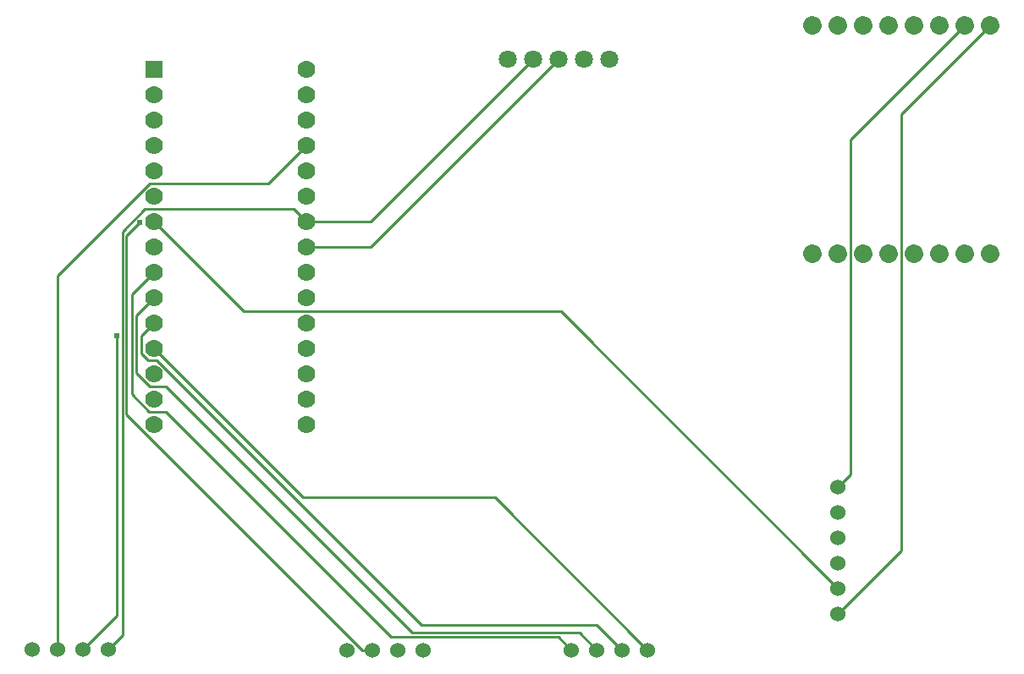
<source format=gbl>
G04 Layer: BottomLayer*
G04 EasyEDA v6.4.20.2, 2021-06-29T15:05:07+08:00*
G04 b87f47585f484af4903ce1153ceaecde,ce7df3decd3943efa2da757d0dc3e78d,10*
G04 Gerber Generator version 0.2*
G04 Scale: 100 percent, Rotated: No, Reflected: No *
G04 Dimensions in millimeters *
G04 leading zeros omitted , absolute positions ,4 integer and 5 decimal *
%FSLAX45Y45*%
%MOMM*%

%ADD10C,0.2540*%
%ADD11C,0.6100*%
%ADD12C,1.5240*%
%ADD13C,1.8000*%
%ADD14R,1.7780X1.7780*%
%ADD15C,1.7780*%
%ADD16C,1.8288*%
%ADD17C,1.8290*%

%LPD*%
D10*
X6311900Y-2540000D02*
G01*
X4686300Y-4165600D01*
X4038600Y-4165600D01*
X4038600Y-4165600D02*
G01*
X3911600Y-4038600D01*
X2424328Y-4038600D01*
X2198903Y-4264025D01*
X2198903Y-8303996D01*
X2057400Y-8445500D01*
X7200900Y-8458200D02*
G01*
X6945045Y-8202345D01*
X5192877Y-8202345D01*
X2543175Y-5552643D01*
X2453665Y-5552643D01*
X2385364Y-5484342D01*
X2385364Y-5310835D01*
X2514600Y-5181600D01*
X7454900Y-8458200D02*
G01*
X5925972Y-6929272D01*
X4008272Y-6929272D01*
X2514600Y-5435600D01*
X6946900Y-8458200D02*
G01*
X6772783Y-8284083D01*
X5099126Y-8284083D01*
X2631643Y-5816600D01*
X2470505Y-5816600D01*
X2338806Y-5684901D01*
X2338806Y-5103393D01*
X2514600Y-4927600D01*
X6692900Y-8458200D02*
G01*
X6559677Y-8324977D01*
X4885994Y-8324977D01*
X2631617Y-6070600D01*
X2468854Y-6070600D01*
X2293543Y-5895289D01*
X2293543Y-4894656D01*
X2514600Y-4673600D01*
X10883900Y-2197100D02*
G01*
X9994900Y-3086100D01*
X9994900Y-7454900D01*
X9359900Y-8089900D01*
X4038600Y-3403600D02*
G01*
X3657600Y-3784600D01*
X2474391Y-3784600D01*
X1549400Y-4709591D01*
X1549400Y-8445500D01*
X10629900Y-2197100D02*
G01*
X9486900Y-3340100D01*
X9486900Y-6692900D01*
X9359900Y-6819900D01*
X4699000Y-8458200D02*
G01*
X4600930Y-8458200D01*
X2239797Y-6097066D01*
X2239797Y-4309541D01*
X2374900Y-4174439D01*
X2514600Y-4165600D02*
G01*
X3413582Y-5064582D01*
X6588582Y-5064582D01*
X9359900Y-7835900D01*
X4038600Y-4419600D02*
G01*
X4686300Y-4419600D01*
X6565900Y-2540000D01*
X2140254Y-5308600D02*
G01*
X2140254Y-8108645D01*
X1803400Y-8445500D01*
D12*
G01*
X9359900Y-8089900D03*
G01*
X9359900Y-7835900D03*
G01*
X9359900Y-7581900D03*
G01*
X9359900Y-7327900D03*
G01*
X9359900Y-7073900D03*
G01*
X9359900Y-6819900D03*
D13*
G01*
X6311900Y-2540000D03*
G01*
X6565900Y-2540000D03*
G01*
X6819900Y-2540000D03*
G01*
X7073900Y-2540000D03*
G01*
X6057900Y-2540000D03*
D12*
G01*
X6692900Y-8458200D03*
G01*
X6946900Y-8458200D03*
G01*
X7200900Y-8458200D03*
G01*
X7454900Y-8458200D03*
G01*
X4445000Y-8458200D03*
G01*
X4699000Y-8458200D03*
G01*
X4953000Y-8458200D03*
G01*
X5207000Y-8458200D03*
G01*
X1295400Y-8445500D03*
G01*
X1549400Y-8445500D03*
G01*
X1803400Y-8445500D03*
G01*
X2057400Y-8445500D03*
D14*
G01*
X2514600Y-2641600D03*
D15*
G01*
X2514600Y-2895600D03*
G01*
X2514600Y-3149600D03*
G01*
X2514600Y-3403600D03*
G01*
X2514600Y-3657600D03*
G01*
X2514600Y-3911600D03*
G01*
X2514600Y-4165600D03*
G01*
X2514600Y-4419600D03*
G01*
X2514600Y-4673600D03*
G01*
X2514600Y-4927600D03*
G01*
X2514600Y-5181600D03*
G01*
X2514600Y-5435600D03*
G01*
X2514600Y-5689600D03*
G01*
X2514600Y-5943600D03*
G01*
X2514600Y-6197600D03*
G01*
X4038600Y-2641600D03*
G01*
X4038600Y-2895600D03*
G01*
X4038600Y-3149600D03*
G01*
X4038600Y-3403600D03*
G01*
X4038600Y-3657600D03*
G01*
X4038600Y-3911600D03*
G01*
X4038600Y-4165600D03*
G01*
X4038600Y-4419600D03*
G01*
X4038600Y-4673600D03*
G01*
X4038600Y-4927600D03*
G01*
X4038600Y-5181600D03*
G01*
X4038600Y-5435600D03*
G01*
X4038600Y-5689600D03*
G01*
X4038600Y-5943600D03*
G01*
X4038600Y-6197600D03*
D11*
G01*
X2140254Y-5308600D03*
G01*
X2374900Y-4174439D03*
D16*
X9105900Y-4483089D02*
G01*
X9105900Y-4483110D01*
X10883900Y-2197110D02*
G01*
X10883900Y-2197089D01*
X10629900Y-2197110D02*
G01*
X10629900Y-2197089D01*
X10375900Y-2197110D02*
G01*
X10375900Y-2197089D01*
X10121900Y-2197110D02*
G01*
X10121900Y-2197089D01*
X9867900Y-2197110D02*
G01*
X9867900Y-2197089D01*
X9613900Y-2197110D02*
G01*
X9613900Y-2197089D01*
X9359900Y-2197110D02*
G01*
X9359900Y-2197089D01*
X9105900Y-2197110D02*
G01*
X9105900Y-2197089D01*
X10883900Y-4483089D02*
G01*
X10883900Y-4483110D01*
D17*
X10629900Y-4483100D02*
G01*
X10629900Y-4483100D01*
X10375900Y-4483100D02*
G01*
X10375900Y-4483100D01*
D16*
X10121900Y-4483089D02*
G01*
X10121900Y-4483110D01*
X9867900Y-4483089D02*
G01*
X9867900Y-4483110D01*
X9613900Y-4483089D02*
G01*
X9613900Y-4483110D01*
X9359900Y-4483089D02*
G01*
X9359900Y-4483110D01*
M02*

</source>
